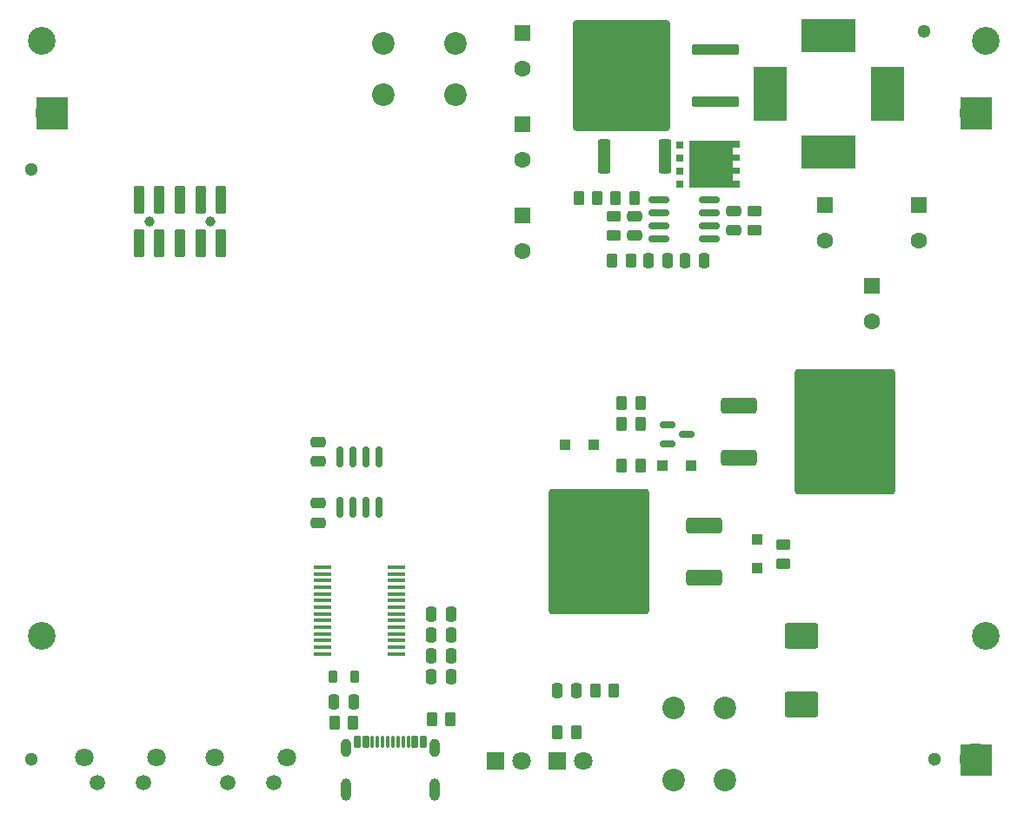
<source format=gts>
%TF.GenerationSoftware,KiCad,Pcbnew,9.0.4-9.0.4-0~ubuntu24.04.1*%
%TF.CreationDate,2025-10-19T09:54:07-07:00*%
%TF.ProjectId,NX-J401-Adapter,4e582d4a-3430-4312-9d41-646170746572,5*%
%TF.SameCoordinates,Original*%
%TF.FileFunction,Soldermask,Top*%
%TF.FilePolarity,Negative*%
%FSLAX46Y46*%
G04 Gerber Fmt 4.6, Leading zero omitted, Abs format (unit mm)*
G04 Created by KiCad (PCBNEW 9.0.4-9.0.4-0~ubuntu24.04.1) date 2025-10-19 09:54:07*
%MOMM*%
%LPD*%
G01*
G04 APERTURE LIST*
G04 Aperture macros list*
%AMRoundRect*
0 Rectangle with rounded corners*
0 $1 Rounding radius*
0 $2 $3 $4 $5 $6 $7 $8 $9 X,Y pos of 4 corners*
0 Add a 4 corners polygon primitive as box body*
4,1,4,$2,$3,$4,$5,$6,$7,$8,$9,$2,$3,0*
0 Add four circle primitives for the rounded corners*
1,1,$1+$1,$2,$3*
1,1,$1+$1,$4,$5*
1,1,$1+$1,$6,$7*
1,1,$1+$1,$8,$9*
0 Add four rect primitives between the rounded corners*
20,1,$1+$1,$2,$3,$4,$5,0*
20,1,$1+$1,$4,$5,$6,$7,0*
20,1,$1+$1,$6,$7,$8,$9,0*
20,1,$1+$1,$8,$9,$2,$3,0*%
%AMFreePoly0*
4,1,18,2.145000,-2.250000,-2.145000,-2.250000,-2.805000,-2.250000,-2.805000,-1.590000,-2.145000,-1.590000,-2.145000,-0.970000,-2.805000,-0.970000,-2.805000,-0.310000,-2.145000,-0.310000,-2.145000,0.310000,-2.805000,0.310000,-2.805000,0.970000,-2.145000,0.970000,-2.145000,1.590000,-2.805000,1.590000,-2.805000,2.250000,2.145000,2.250000,2.145000,-2.250000,2.145000,-2.250000,$1*%
G04 Aperture macros list end*
%ADD10C,0.100000*%
%ADD11RoundRect,0.250000X2.050000X0.300000X-2.050000X0.300000X-2.050000X-0.300000X2.050000X-0.300000X0*%
%ADD12RoundRect,0.250002X4.449998X5.149998X-4.449998X5.149998X-4.449998X-5.149998X4.449998X-5.149998X0*%
%ADD13RoundRect,0.250000X-0.250000X-0.475000X0.250000X-0.475000X0.250000X0.475000X-0.250000X0.475000X0*%
%ADD14R,0.750000X0.660000*%
%ADD15FreePoly0,180.000000*%
%ADD16C,3.124000*%
%ADD17R,1.800000X1.800000*%
%ADD18C,1.800000*%
%ADD19RoundRect,0.250000X-0.300000X0.300000X-0.300000X-0.300000X0.300000X-0.300000X0.300000X0.300000X0*%
%ADD20C,2.700000*%
%ADD21RoundRect,0.363637X-1.386363X-0.436363X1.386363X-0.436363X1.386363X0.436363X-1.386363X0.436363X0*%
%ADD22RoundRect,0.259311X-4.615689X-5.840689X4.615689X-5.840689X4.615689X5.840689X-4.615689X5.840689X0*%
%ADD23RoundRect,0.218750X-0.218750X-0.381250X0.218750X-0.381250X0.218750X0.381250X-0.218750X0.381250X0*%
%ADD24RoundRect,0.250000X-0.262500X-0.450000X0.262500X-0.450000X0.262500X0.450000X-0.262500X0.450000X0*%
%ADD25RoundRect,0.250000X0.475000X-0.250000X0.475000X0.250000X-0.475000X0.250000X-0.475000X-0.250000X0*%
%ADD26C,1.300000*%
%ADD27C,2.200000*%
%ADD28C,1.498600*%
%ADD29C,1.803400*%
%ADD30RoundRect,0.250000X0.450000X-0.262500X0.450000X0.262500X-0.450000X0.262500X-0.450000X-0.262500X0*%
%ADD31RoundRect,0.250000X0.262500X0.450000X-0.262500X0.450000X-0.262500X-0.450000X0.262500X-0.450000X0*%
%ADD32RoundRect,0.150000X-0.587500X-0.150000X0.587500X-0.150000X0.587500X0.150000X-0.587500X0.150000X0*%
%ADD33RoundRect,0.250000X-0.550000X0.550000X-0.550000X-0.550000X0.550000X-0.550000X0.550000X0.550000X0*%
%ADD34C,1.600000*%
%ADD35RoundRect,0.250000X-0.450000X0.262500X-0.450000X-0.262500X0.450000X-0.262500X0.450000X0.262500X0*%
%ADD36RoundRect,0.250000X-0.300000X-0.300000X0.300000X-0.300000X0.300000X0.300000X-0.300000X0.300000X0*%
%ADD37C,1.000000*%
%ADD38RoundRect,0.150000X0.350000X1.225000X-0.350000X1.225000X-0.350000X-1.225000X0.350000X-1.225000X0*%
%ADD39RoundRect,0.250000X-0.475000X0.250000X-0.475000X-0.250000X0.475000X-0.250000X0.475000X0.250000X0*%
%ADD40RoundRect,0.250000X1.400000X1.000000X-1.400000X1.000000X-1.400000X-1.000000X1.400000X-1.000000X0*%
%ADD41R,1.750000X0.450000*%
%ADD42RoundRect,0.150000X0.150000X-0.825000X0.150000X0.825000X-0.150000X0.825000X-0.150000X-0.825000X0*%
%ADD43RoundRect,0.150000X-0.825000X-0.150000X0.825000X-0.150000X0.825000X0.150000X-0.825000X0.150000X0*%
%ADD44RoundRect,0.250000X0.300000X0.300000X-0.300000X0.300000X-0.300000X-0.300000X0.300000X-0.300000X0*%
%ADD45RoundRect,0.250000X-0.362500X-1.425000X0.362500X-1.425000X0.362500X1.425000X-0.362500X1.425000X0*%
%ADD46RoundRect,0.250000X0.250000X0.475000X-0.250000X0.475000X-0.250000X-0.475000X0.250000X-0.475000X0*%
%ADD47RoundRect,0.090000X0.210000X0.485000X-0.210000X0.485000X-0.210000X-0.485000X0.210000X-0.485000X0*%
%ADD48RoundRect,0.045000X0.105000X0.530000X-0.105000X0.530000X-0.105000X-0.530000X0.105000X-0.530000X0*%
%ADD49O,1.000000X1.800000*%
%ADD50O,1.000000X2.200000*%
%ADD51R,3.265000X5.210000*%
%ADD52R,5.210000X3.275000*%
%ADD53RoundRect,0.363637X1.386363X0.436363X-1.386363X0.436363X-1.386363X-0.436363X1.386363X-0.436363X0*%
%ADD54RoundRect,0.259311X4.615689X5.840689X-4.615689X5.840689X-4.615689X-5.840689X4.615689X-5.840689X0*%
G04 APERTURE END LIST*
D10*
%TO.C,FID3*%
X321500000Y-155500000D02*
X318500000Y-155500000D01*
X318500000Y-152500000D01*
X321500000Y-152500000D01*
X321500000Y-155500000D01*
G36*
X321500000Y-155500000D02*
G01*
X318500000Y-155500000D01*
X318500000Y-152500000D01*
X321500000Y-152500000D01*
X321500000Y-155500000D01*
G37*
%TO.C,FID2*%
X321500000Y-92500000D02*
X318500000Y-92500000D01*
X318500000Y-89500000D01*
X321500000Y-89500000D01*
X321500000Y-92500000D01*
G36*
X321500000Y-92500000D02*
G01*
X318500000Y-92500000D01*
X318500000Y-89500000D01*
X321500000Y-89500000D01*
X321500000Y-92500000D01*
G37*
%TO.C,FID1*%
X231500000Y-92500000D02*
X228500000Y-92500000D01*
X228500000Y-89500000D01*
X231500000Y-89500000D01*
X231500000Y-92500000D01*
G36*
X231500000Y-92500000D02*
G01*
X228500000Y-92500000D01*
X228500000Y-89500000D01*
X231500000Y-89500000D01*
X231500000Y-92500000D01*
G37*
%TD*%
D11*
%TO.C,D1*%
X294640000Y-89916000D03*
D12*
X285490000Y-87376000D03*
D11*
X294640000Y-84836000D03*
%TD*%
D13*
%TO.C,C15*%
X267010000Y-143865000D03*
X268910000Y-143865000D03*
%TD*%
D14*
%TO.C,Q1*%
X291195000Y-94092000D03*
X291195000Y-95372000D03*
X291195000Y-96652000D03*
X291195000Y-97932000D03*
D15*
X294265000Y-96012000D03*
%TD*%
D16*
%TO.C,FID3*%
X320000000Y-154000000D03*
%TD*%
D17*
%TO.C,D7*%
X279230000Y-154165000D03*
D18*
X281770000Y-154165000D03*
%TD*%
D19*
%TO.C,D4*%
X298704000Y-132588000D03*
X298704000Y-135388000D03*
%TD*%
D20*
%TO.C,H2*%
X229000000Y-84000000D03*
%TD*%
D21*
%TO.C,Q2*%
X296955500Y-119510000D03*
D22*
X307230500Y-122050000D03*
D21*
X296955500Y-124590000D03*
%TD*%
D16*
%TO.C,FID2*%
X320000000Y-91000000D03*
%TD*%
D23*
%TO.C,L2*%
X257407900Y-145973800D03*
X259532900Y-145973800D03*
%TD*%
D24*
%TO.C,R9*%
X285540500Y-125352000D03*
X287365500Y-125352000D03*
%TD*%
D25*
%TO.C,C12*%
X255960000Y-130942000D03*
X255960000Y-129042000D03*
%TD*%
D26*
%TO.C,H8*%
X316000000Y-154000000D03*
%TD*%
D27*
%TO.C,J1*%
X269326000Y-84241000D03*
X262300600Y-84241000D03*
X269326000Y-89241000D03*
X262326000Y-89241000D03*
%TD*%
D28*
%TO.C,SW1*%
X234478000Y-156285700D03*
X238978001Y-156285700D03*
D29*
X233228001Y-153785824D03*
X240228000Y-153785824D03*
%TD*%
D26*
%TO.C,H1*%
X315000000Y-83000000D03*
%TD*%
D27*
%TO.C,J3*%
X290601400Y-149000600D03*
X290601400Y-156026000D03*
X295601400Y-149000600D03*
X295601400Y-156000600D03*
%TD*%
D30*
%TO.C,R5*%
X284708600Y-102918900D03*
X284708600Y-101093900D03*
%TD*%
D31*
%TO.C,R2*%
X283182700Y-99288600D03*
X281357700Y-99288600D03*
%TD*%
D24*
%TO.C,R11*%
X282937500Y-147320000D03*
X284762500Y-147320000D03*
%TD*%
D32*
%TO.C,Q3*%
X289963500Y-121354000D03*
X289963500Y-123254000D03*
X291838500Y-122304000D03*
%TD*%
D13*
%TO.C,C13*%
X267010000Y-139833000D03*
X268910000Y-139833000D03*
%TD*%
D33*
%TO.C,C3*%
X305308000Y-99947349D03*
D34*
X305308000Y-103447349D03*
%TD*%
D24*
%TO.C,R13*%
X257557900Y-150418800D03*
X259382900Y-150418800D03*
%TD*%
D13*
%TO.C,C14*%
X267010000Y-141833000D03*
X268910000Y-141833000D03*
%TD*%
D24*
%TO.C,R7*%
X285540500Y-119256000D03*
X287365500Y-119256000D03*
%TD*%
D35*
%TO.C,R10*%
X301244000Y-133075500D03*
X301244000Y-134900500D03*
%TD*%
D31*
%TO.C,R12*%
X268872500Y-150088000D03*
X267047500Y-150088000D03*
%TD*%
D36*
%TO.C,D3*%
X289501000Y-125352000D03*
X292301000Y-125352000D03*
%TD*%
D13*
%TO.C,C16*%
X267010000Y-145897000D03*
X268910000Y-145897000D03*
%TD*%
D33*
%TO.C,C5*%
X275844000Y-100963349D03*
D34*
X275844000Y-104463349D03*
%TD*%
D17*
%TO.C,D6*%
X273230000Y-154165000D03*
D18*
X275770000Y-154165000D03*
%TD*%
D37*
%TO.C,J2*%
X245500000Y-101575000D03*
X239500000Y-101575000D03*
D38*
X246500000Y-99450000D03*
X246500000Y-103700000D03*
X244500000Y-99450000D03*
X244500000Y-103700000D03*
X242500000Y-99450000D03*
X242500000Y-103700000D03*
X240500000Y-99450000D03*
X240500000Y-103700000D03*
X238500000Y-99450000D03*
X238500000Y-103700000D03*
%TD*%
D28*
%TO.C,SW2*%
X247178000Y-156285700D03*
X251678001Y-156285700D03*
D29*
X245928001Y-153785824D03*
X252928000Y-153785824D03*
%TD*%
D13*
%TO.C,C18*%
X257520400Y-148386800D03*
X259420400Y-148386800D03*
%TD*%
D39*
%TO.C,C11*%
X255960000Y-123042000D03*
X255960000Y-124942000D03*
%TD*%
D40*
%TO.C,D5*%
X303022000Y-148638000D03*
X303022000Y-141938000D03*
%TD*%
D30*
%TO.C,R4*%
X298450000Y-102385540D03*
X298450000Y-100560540D03*
%TD*%
D24*
%TO.C,R8*%
X285540500Y-121288000D03*
X287365500Y-121288000D03*
%TD*%
D20*
%TO.C,H5*%
X229000000Y-142000000D03*
%TD*%
D33*
%TO.C,C1*%
X275844000Y-83183349D03*
D34*
X275844000Y-86683349D03*
%TD*%
D16*
%TO.C,FID1*%
X230000000Y-91000000D03*
%TD*%
D41*
%TO.C,U3*%
X256360000Y-135267000D03*
X256360000Y-135917000D03*
X256360000Y-136567000D03*
X256360000Y-137217000D03*
X256360000Y-137867000D03*
X256360000Y-138517000D03*
X256360000Y-139167000D03*
X256360000Y-139817000D03*
X256360000Y-140467000D03*
X256360000Y-141117000D03*
X256360000Y-141767000D03*
X256360000Y-142417000D03*
X256360000Y-143067000D03*
X256360000Y-143717000D03*
X263560000Y-143717000D03*
X263560000Y-143067000D03*
X263560000Y-142417000D03*
X263560000Y-141767000D03*
X263560000Y-141117000D03*
X263560000Y-140467000D03*
X263560000Y-139817000D03*
X263560000Y-139167000D03*
X263560000Y-138517000D03*
X263560000Y-137867000D03*
X263560000Y-137217000D03*
X263560000Y-136567000D03*
X263560000Y-135917000D03*
X263560000Y-135267000D03*
%TD*%
D42*
%TO.C,U2*%
X258055000Y-129467000D03*
X259325000Y-129467000D03*
X260595000Y-129467000D03*
X261865000Y-129467000D03*
X261865000Y-124517000D03*
X260595000Y-124517000D03*
X259325000Y-124517000D03*
X258055000Y-124517000D03*
%TD*%
D43*
%TO.C,U1*%
X289117000Y-99441000D03*
X289117000Y-100711000D03*
X289117000Y-101981000D03*
X289117000Y-103251000D03*
X294067000Y-103251000D03*
X294067000Y-101981000D03*
X294067000Y-100711000D03*
X294067000Y-99441000D03*
%TD*%
D44*
%TO.C,D2*%
X282773000Y-123320000D03*
X279973000Y-123320000D03*
%TD*%
D24*
%TO.C,R6*%
X284583500Y-105410000D03*
X286408500Y-105410000D03*
%TD*%
D45*
%TO.C,R1*%
X283803500Y-95250000D03*
X289728500Y-95250000D03*
%TD*%
D24*
%TO.C,R3*%
X284915600Y-99288600D03*
X286740600Y-99288600D03*
%TD*%
D46*
%TO.C,C8*%
X290002000Y-105410000D03*
X288102000Y-105410000D03*
%TD*%
D33*
%TO.C,C2*%
X275844000Y-92073349D03*
D34*
X275844000Y-95573349D03*
%TD*%
D47*
%TO.C,J4*%
X259800000Y-152328575D03*
X260600000Y-152328575D03*
D48*
X261750000Y-152328575D03*
X262750000Y-152328575D03*
X263250000Y-152328575D03*
X264250000Y-152328575D03*
D47*
X266200000Y-152328575D03*
X265400000Y-152328575D03*
D48*
X264750000Y-152328575D03*
X263750000Y-152328575D03*
X262250000Y-152328575D03*
X261250000Y-152328575D03*
D49*
X258680000Y-152903575D03*
D50*
X258680000Y-156903575D03*
D49*
X267320000Y-152903575D03*
D50*
X267320000Y-156903575D03*
%TD*%
D20*
%TO.C,H3*%
X320999480Y-84000000D03*
%TD*%
D39*
%TO.C,C7*%
X286740600Y-101056400D03*
X286740600Y-102956400D03*
%TD*%
D26*
%TO.C,H4*%
X228000000Y-96500000D03*
%TD*%
D13*
%TO.C,C9*%
X291658000Y-105410000D03*
X293558000Y-105410000D03*
%TD*%
D26*
%TO.C,H7*%
X228000000Y-154000000D03*
%TD*%
D51*
%TO.C,L1*%
X311427500Y-89154000D03*
X299962500Y-89154000D03*
D52*
X305695000Y-94831500D03*
X305695000Y-83476500D03*
%TD*%
D53*
%TO.C,Q4*%
X293565000Y-136274000D03*
D54*
X283290000Y-133734000D03*
D53*
X293565000Y-131194000D03*
%TD*%
D33*
%TO.C,C4*%
X314452000Y-99947349D03*
D34*
X314452000Y-103447349D03*
%TD*%
D20*
%TO.C,H6*%
X320999480Y-142000000D03*
%TD*%
D39*
%TO.C,C6*%
X296418000Y-100523040D03*
X296418000Y-102423040D03*
%TD*%
D33*
%TO.C,C10*%
X309880000Y-107821349D03*
D34*
X309880000Y-111321349D03*
%TD*%
D46*
%TO.C,C17*%
X281112000Y-147320000D03*
X279212000Y-147320000D03*
%TD*%
D31*
%TO.C,R14*%
X281074500Y-151384000D03*
X279249500Y-151384000D03*
%TD*%
M02*

</source>
